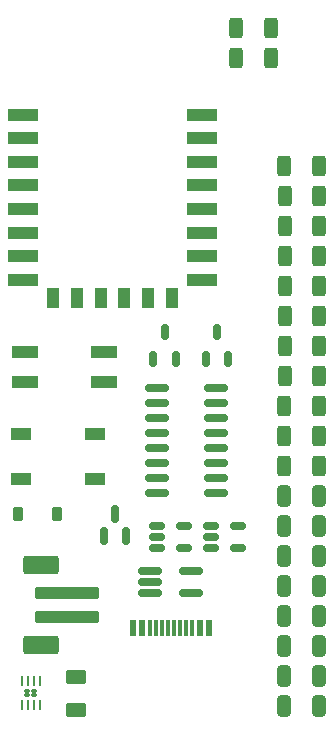
<source format=gbr>
%TF.GenerationSoftware,KiCad,Pcbnew,8.0.8*%
%TF.CreationDate,2025-02-15T17:25:52+01:00*%
%TF.ProjectId,Weathernode,57656174-6865-4726-9e6f-64652e6b6963,rev?*%
%TF.SameCoordinates,Original*%
%TF.FileFunction,Paste,Top*%
%TF.FilePolarity,Positive*%
%FSLAX46Y46*%
G04 Gerber Fmt 4.6, Leading zero omitted, Abs format (unit mm)*
G04 Created by KiCad (PCBNEW 8.0.8) date 2025-02-15 17:25:52*
%MOMM*%
%LPD*%
G01*
G04 APERTURE LIST*
G04 Aperture macros list*
%AMRoundRect*
0 Rectangle with rounded corners*
0 $1 Rounding radius*
0 $2 $3 $4 $5 $6 $7 $8 $9 X,Y pos of 4 corners*
0 Add a 4 corners polygon primitive as box body*
4,1,4,$2,$3,$4,$5,$6,$7,$8,$9,$2,$3,0*
0 Add four circle primitives for the rounded corners*
1,1,$1+$1,$2,$3*
1,1,$1+$1,$4,$5*
1,1,$1+$1,$6,$7*
1,1,$1+$1,$8,$9*
0 Add four rect primitives between the rounded corners*
20,1,$1+$1,$2,$3,$4,$5,0*
20,1,$1+$1,$4,$5,$6,$7,0*
20,1,$1+$1,$6,$7,$8,$9,0*
20,1,$1+$1,$8,$9,$2,$3,0*%
G04 Aperture macros list end*
%ADD10RoundRect,0.250000X-0.312500X-0.625000X0.312500X-0.625000X0.312500X0.625000X-0.312500X0.625000X0*%
%ADD11R,2.500000X1.000000*%
%ADD12R,1.000000X1.800000*%
%ADD13RoundRect,0.162500X-0.837500X-0.162500X0.837500X-0.162500X0.837500X0.162500X-0.837500X0.162500X0*%
%ADD14RoundRect,0.150000X-0.512500X-0.150000X0.512500X-0.150000X0.512500X0.150000X-0.512500X0.150000X0*%
%ADD15RoundRect,0.250000X-0.325000X-0.650000X0.325000X-0.650000X0.325000X0.650000X-0.325000X0.650000X0*%
%ADD16RoundRect,0.150000X0.150000X-0.512500X0.150000X0.512500X-0.150000X0.512500X-0.150000X-0.512500X0*%
%ADD17RoundRect,0.250000X0.625000X-0.375000X0.625000X0.375000X-0.625000X0.375000X-0.625000X-0.375000X0*%
%ADD18RoundRect,0.150000X0.150000X-0.587500X0.150000X0.587500X-0.150000X0.587500X-0.150000X-0.587500X0*%
%ADD19R,0.600000X1.450000*%
%ADD20R,0.300000X1.450000*%
%ADD21RoundRect,0.150000X-0.825000X-0.150000X0.825000X-0.150000X0.825000X0.150000X-0.825000X0.150000X0*%
%ADD22RoundRect,0.080000X-0.160000X0.080000X-0.160000X-0.080000X0.160000X-0.080000X0.160000X0.080000X0*%
%ADD23RoundRect,0.062500X-0.062500X0.325000X-0.062500X-0.325000X0.062500X-0.325000X0.062500X0.325000X0*%
%ADD24R,2.160000X1.120000*%
%ADD25RoundRect,0.225000X-0.225000X-0.375000X0.225000X-0.375000X0.225000X0.375000X-0.225000X0.375000X0*%
%ADD26R,1.700000X1.000000*%
%ADD27RoundRect,0.250000X2.500000X-0.250000X2.500000X0.250000X-2.500000X0.250000X-2.500000X-0.250000X0*%
%ADD28RoundRect,0.250000X1.250000X-0.550000X1.250000X0.550000X-1.250000X0.550000X-1.250000X-0.550000X0*%
G04 APERTURE END LIST*
D10*
%TO.C,R12*%
X103247000Y-70104000D03*
X106172000Y-70104000D03*
%TD*%
%TO.C,R13*%
X103198000Y-75184000D03*
X106123000Y-75184000D03*
%TD*%
%TO.C,R8*%
X103247000Y-59944000D03*
X106172000Y-59944000D03*
%TD*%
D11*
%TO.C,U3*%
X81066000Y-48006000D03*
X81066000Y-50006000D03*
X81066000Y-52006000D03*
X81066000Y-54006000D03*
X81066000Y-56006000D03*
X81066000Y-58006000D03*
X81066000Y-60006000D03*
X81066000Y-62006000D03*
D12*
X83666000Y-63506000D03*
X85666000Y-63506000D03*
X87666000Y-63506000D03*
X89666000Y-63506000D03*
X91666000Y-63506000D03*
X93666000Y-63506000D03*
D11*
X96266000Y-62006000D03*
X96266000Y-60006000D03*
X96266000Y-58006000D03*
X96266000Y-56006000D03*
X96266000Y-54006000D03*
X96266000Y-52006000D03*
X96266000Y-50006000D03*
X96266000Y-48006000D03*
%TD*%
D13*
%TO.C,U5*%
X91883500Y-86614000D03*
X91883500Y-87564000D03*
X91883500Y-88514000D03*
X95303500Y-88514000D03*
X95303500Y-86614000D03*
%TD*%
D14*
%TO.C,U4*%
X92467000Y-82804000D03*
X92467000Y-83754000D03*
X92467000Y-84704000D03*
X94742000Y-84704000D03*
X94742000Y-82804000D03*
%TD*%
D10*
%TO.C,R2*%
X99121500Y-43180000D03*
X102046500Y-43180000D03*
%TD*%
%TO.C,R11*%
X103247000Y-67564000D03*
X106172000Y-67564000D03*
%TD*%
%TO.C,R14*%
X103198000Y-72644000D03*
X106123000Y-72644000D03*
%TD*%
D15*
%TO.C,C7*%
X103173000Y-95504000D03*
X106123000Y-95504000D03*
%TD*%
D16*
%TO.C,Q2*%
X96586000Y-68701500D03*
X98486000Y-68701500D03*
X97536000Y-66426500D03*
%TD*%
D17*
%TO.C,D1*%
X85598000Y-98428000D03*
X85598000Y-95628000D03*
%TD*%
D18*
%TO.C,Q3*%
X87950000Y-83663000D03*
X89850000Y-83663000D03*
X88900000Y-81788000D03*
%TD*%
D15*
%TO.C,C2*%
X103173000Y-82804000D03*
X106123000Y-82804000D03*
%TD*%
%TO.C,C6*%
X103173000Y-92964000D03*
X106123000Y-92964000D03*
%TD*%
D10*
%TO.C,R15*%
X103198000Y-77724000D03*
X106123000Y-77724000D03*
%TD*%
D19*
%TO.C,J2*%
X90380000Y-91459000D03*
X91180000Y-91459000D03*
D20*
X92380000Y-91459000D03*
X93380000Y-91459000D03*
X93880000Y-91459000D03*
X94880000Y-91459000D03*
D19*
X96080000Y-91459000D03*
X96880000Y-91459000D03*
X96880000Y-91459000D03*
X96080000Y-91459000D03*
D20*
X95380000Y-91459000D03*
X94380000Y-91459000D03*
X92880000Y-91459000D03*
X91880000Y-91459000D03*
D19*
X91180000Y-91459000D03*
X90380000Y-91459000D03*
%TD*%
D15*
%TO.C,C3*%
X103173000Y-85344000D03*
X106123000Y-85344000D03*
%TD*%
D21*
%TO.C,U2*%
X92456000Y-71120000D03*
X92456000Y-72390000D03*
X92456000Y-73660000D03*
X92456000Y-74930000D03*
X92456000Y-76200000D03*
X92456000Y-77470000D03*
X92456000Y-78740000D03*
X92456000Y-80010000D03*
X97406000Y-80010000D03*
X97406000Y-78740000D03*
X97406000Y-77470000D03*
X97406000Y-76200000D03*
X97406000Y-74930000D03*
X97406000Y-73660000D03*
X97406000Y-72390000D03*
X97406000Y-71120000D03*
%TD*%
D15*
%TO.C,C1*%
X103173000Y-80264000D03*
X106123000Y-80264000D03*
%TD*%
D22*
%TO.C,U1*%
X82042000Y-96774000D03*
X81442000Y-96774000D03*
X82042000Y-97174000D03*
X81442000Y-97174000D03*
D23*
X82492000Y-95986500D03*
X81992000Y-95986500D03*
X81492000Y-95986500D03*
X80992000Y-95986500D03*
X80992000Y-97961500D03*
X81492000Y-97961500D03*
X81992000Y-97961500D03*
X82492000Y-97961500D03*
%TD*%
D10*
%TO.C,R9*%
X103247000Y-62484000D03*
X106172000Y-62484000D03*
%TD*%
D24*
%TO.C,ID0*%
X81217000Y-68072000D03*
X81217000Y-70612000D03*
X87947000Y-70612000D03*
X87947000Y-68072000D03*
%TD*%
D10*
%TO.C,R3*%
X103185500Y-52324000D03*
X106110500Y-52324000D03*
%TD*%
D15*
%TO.C,C5*%
X103173000Y-90424000D03*
X106123000Y-90424000D03*
%TD*%
D25*
%TO.C,D2*%
X80646000Y-81788000D03*
X83946000Y-81788000D03*
%TD*%
D26*
%TO.C,RESET1*%
X80924000Y-75062000D03*
X87224000Y-75062000D03*
X80924000Y-78862000D03*
X87224000Y-78862000D03*
%TD*%
D10*
%TO.C,R10*%
X103247000Y-65024000D03*
X106172000Y-65024000D03*
%TD*%
%TO.C,R1*%
X99121500Y-40640000D03*
X102046500Y-40640000D03*
%TD*%
D15*
%TO.C,C4*%
X103173000Y-87884000D03*
X106123000Y-87884000D03*
%TD*%
D16*
%TO.C,Q1*%
X92136000Y-68701500D03*
X94036000Y-68701500D03*
X93086000Y-66426500D03*
%TD*%
D10*
%TO.C,R4*%
X103247000Y-54864000D03*
X106172000Y-54864000D03*
%TD*%
%TO.C,R5*%
X103247000Y-57404000D03*
X106172000Y-57404000D03*
%TD*%
D15*
%TO.C,C8*%
X103173000Y-98044000D03*
X106123000Y-98044000D03*
%TD*%
D14*
%TO.C,U6*%
X97039000Y-82804000D03*
X97039000Y-83754000D03*
X97039000Y-84704000D03*
X99314000Y-84704000D03*
X99314000Y-82804000D03*
%TD*%
D27*
%TO.C,BATT0*%
X84836000Y-90506000D03*
X84836000Y-88506000D03*
D28*
X82586000Y-92906000D03*
X82586000Y-86106000D03*
%TD*%
M02*

</source>
